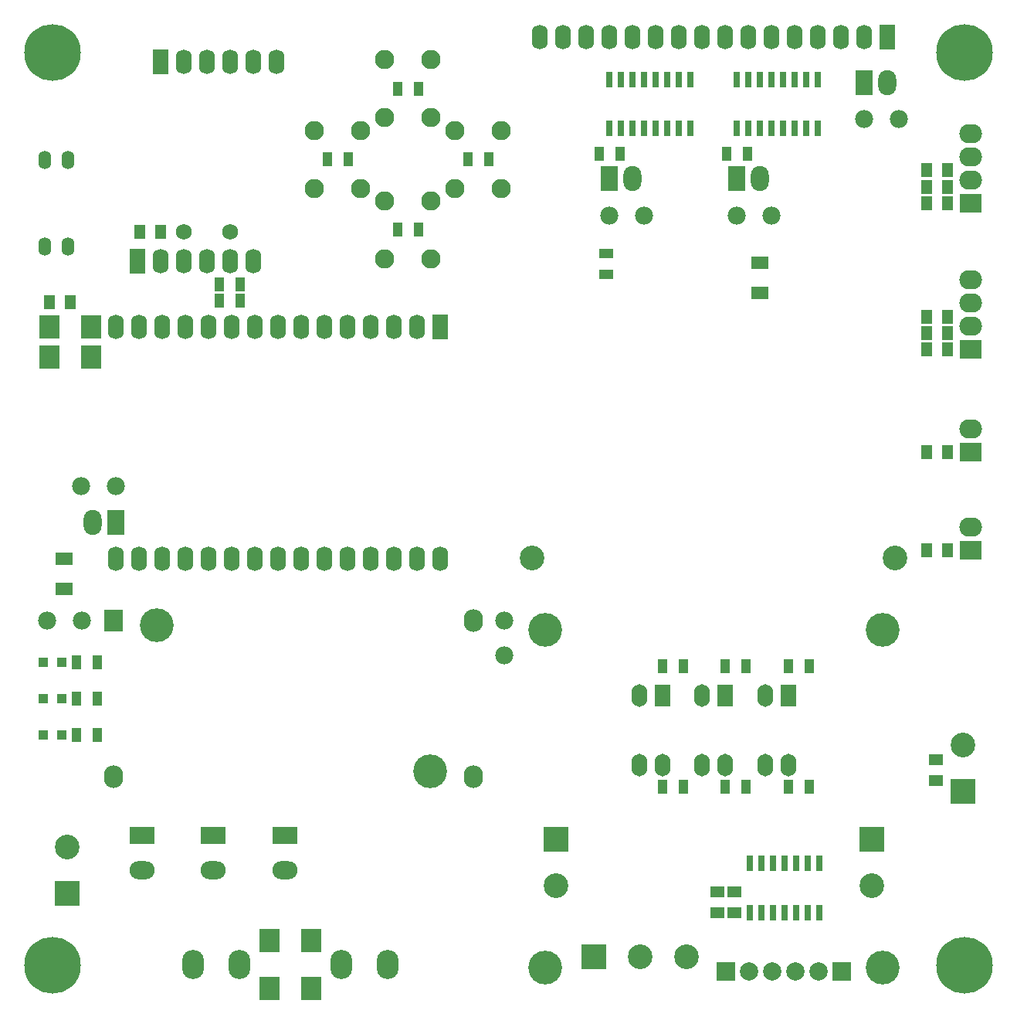
<source format=gbs>
G04*
G04 #@! TF.GenerationSoftware,Altium Limited,Altium Designer,18.0.7 (293)*
G04*
G04 Layer_Color=16711935*
%FSLAX25Y25*%
%MOIN*%
G70*
G01*
G75*
%ADD10R,0.08800X0.09855*%
%ADD11R,0.04331X0.05894*%
%ADD12R,0.04737X0.06300*%
%ADD13R,0.07300X0.05800*%
%ADD14R,0.05894X0.04331*%
%ADD15R,0.04331X0.04331*%
%ADD16R,0.06300X0.04737*%
%ADD17R,0.03162X0.06902*%
%ADD18C,0.10642*%
%ADD19O,0.06942X0.10642*%
%ADD20R,0.06942X0.10642*%
%ADD21C,0.07800*%
%ADD22C,0.06800*%
%ADD23C,0.07887*%
%ADD24R,0.07887X0.07887*%
%ADD25R,0.10642X0.10642*%
%ADD26R,0.10642X0.10642*%
%ADD27C,0.14580*%
%ADD28O,0.09800X0.08300*%
%ADD29R,0.09800X0.08300*%
%ADD30O,0.05524X0.07887*%
%ADD31C,0.08300*%
%ADD32R,0.10800X0.07800*%
%ADD33O,0.10800X0.07800*%
%ADD34R,0.08300X0.09800*%
%ADD35O,0.08300X0.09800*%
%ADD36R,0.06942X0.10642*%
%ADD37O,0.06942X0.10642*%
%ADD38O,0.09461X0.12611*%
%ADD39R,0.06800X0.09800*%
%ADD40O,0.06800X0.09800*%
%ADD41R,0.07800X0.10800*%
%ADD42O,0.07800X0.10800*%
%ADD43C,0.24422*%
D10*
X18434Y282053D02*
D03*
X36434D02*
D03*
X18434Y294849D02*
D03*
X36434D02*
D03*
X113341Y9774D02*
D03*
X131341D02*
D03*
X113341Y30174D02*
D03*
X131341D02*
D03*
D11*
X198924Y367310D02*
D03*
X207924D02*
D03*
X168572Y336957D02*
D03*
X177572D02*
D03*
X168572Y397662D02*
D03*
X177572D02*
D03*
X138219Y367310D02*
D03*
X147219D02*
D03*
X91717Y313407D02*
D03*
X100717D02*
D03*
X100717Y306321D02*
D03*
X91717D02*
D03*
X255566Y369707D02*
D03*
X264565D02*
D03*
X310684D02*
D03*
X319684D02*
D03*
X38925Y150477D02*
D03*
X29925D02*
D03*
X38925Y134729D02*
D03*
X29925D02*
D03*
X38925Y118981D02*
D03*
X29925D02*
D03*
X310124Y96748D02*
D03*
X319124D02*
D03*
X337282D02*
D03*
X346282D02*
D03*
X282967D02*
D03*
X291967D02*
D03*
X310124Y148795D02*
D03*
X319124D02*
D03*
X337282D02*
D03*
X346282D02*
D03*
X282967D02*
D03*
X291967D02*
D03*
D12*
X396883Y355476D02*
D03*
X405883D02*
D03*
X396884Y292341D02*
D03*
X405884D02*
D03*
X57217Y336045D02*
D03*
X66217D02*
D03*
X405883Y285254D02*
D03*
X396883D02*
D03*
X405884Y299428D02*
D03*
X396884D02*
D03*
X405883Y362563D02*
D03*
X396883D02*
D03*
X405883Y241084D02*
D03*
X396883D02*
D03*
X405883Y348390D02*
D03*
X396883D02*
D03*
X405883Y198549D02*
D03*
X396883D02*
D03*
X27434Y305676D02*
D03*
X18434D02*
D03*
D13*
X325183Y309581D02*
D03*
Y322582D02*
D03*
X24696Y181849D02*
D03*
Y194849D02*
D03*
D14*
X258795Y326581D02*
D03*
Y317581D02*
D03*
D15*
X23599Y118981D02*
D03*
X15725D02*
D03*
X23599Y150477D02*
D03*
X15725D02*
D03*
X23599Y134729D02*
D03*
X15725D02*
D03*
D16*
X306768Y42370D02*
D03*
Y51370D02*
D03*
X313855Y42370D02*
D03*
Y51370D02*
D03*
X401094Y99238D02*
D03*
Y108238D02*
D03*
D17*
X320744Y63630D02*
D03*
X325745D02*
D03*
X330745D02*
D03*
X335745D02*
D03*
X340744D02*
D03*
X345744D02*
D03*
X350745D02*
D03*
X320744Y42370D02*
D03*
X325745D02*
D03*
X330745D02*
D03*
X335745D02*
D03*
X340744D02*
D03*
X345744D02*
D03*
X350745D02*
D03*
X315183Y401794D02*
D03*
X320183D02*
D03*
X325184D02*
D03*
X330184D02*
D03*
X335184D02*
D03*
X340183D02*
D03*
X345183D02*
D03*
X325184Y380534D02*
D03*
X330184D02*
D03*
X335184D02*
D03*
X340183D02*
D03*
X345183D02*
D03*
X350184D02*
D03*
Y401794D02*
D03*
X320183Y380534D02*
D03*
X315183D02*
D03*
X260065Y401794D02*
D03*
X265065D02*
D03*
X270065D02*
D03*
X275065D02*
D03*
X280065D02*
D03*
X285065D02*
D03*
X290065D02*
D03*
X270065Y380534D02*
D03*
X275065D02*
D03*
X280065D02*
D03*
X285065D02*
D03*
X290065D02*
D03*
X295065D02*
D03*
Y401794D02*
D03*
X265065Y380534D02*
D03*
X260065D02*
D03*
D18*
X383471Y195298D02*
D03*
X226778D02*
D03*
X293274Y23207D02*
D03*
X373353Y54033D02*
D03*
X236896D02*
D03*
X273274Y23207D02*
D03*
X25868Y70709D02*
D03*
X412703Y114565D02*
D03*
D19*
X240124Y420101D02*
D03*
X230124D02*
D03*
X250124D02*
D03*
X260124D02*
D03*
X280124D02*
D03*
X300124D02*
D03*
X320124D02*
D03*
X340124D02*
D03*
X370124D02*
D03*
X360124D02*
D03*
X350124D02*
D03*
X330124D02*
D03*
X310124D02*
D03*
X290124D02*
D03*
X270124D02*
D03*
X86217Y409470D02*
D03*
X96217D02*
D03*
X76217D02*
D03*
X106217D02*
D03*
X116217D02*
D03*
X76217Y323250D02*
D03*
X86217D02*
D03*
X66217D02*
D03*
X96217D02*
D03*
X106217D02*
D03*
D20*
X380124Y420101D02*
D03*
X66217Y409470D02*
D03*
X56217Y323250D02*
D03*
D21*
X370124Y384668D02*
D03*
X385124D02*
D03*
X32196Y168481D02*
D03*
X17196D02*
D03*
X275065Y343133D02*
D03*
X260065D02*
D03*
X330184D02*
D03*
X315183D02*
D03*
X214601Y168481D02*
D03*
Y153481D02*
D03*
X47119Y226345D02*
D03*
X32119D02*
D03*
D22*
X96217Y336045D02*
D03*
X76217D02*
D03*
D23*
X320282Y16986D02*
D03*
X330282D02*
D03*
X340282D02*
D03*
X350282D02*
D03*
D24*
X360282Y16985D02*
D03*
X310282Y16986D02*
D03*
D25*
X373353Y74033D02*
D03*
X236896D02*
D03*
X25868Y50709D02*
D03*
X412703Y94565D02*
D03*
D26*
X253274Y23207D02*
D03*
D27*
X232290Y164270D02*
D03*
X377959D02*
D03*
Y18600D02*
D03*
X232290D02*
D03*
X64724Y166229D02*
D03*
X182724Y103229D02*
D03*
D28*
X416147Y378390D02*
D03*
Y368390D02*
D03*
Y358390D02*
D03*
Y315254D02*
D03*
Y305254D02*
D03*
Y295254D02*
D03*
Y251084D02*
D03*
Y208549D02*
D03*
D29*
Y348390D02*
D03*
Y285254D02*
D03*
Y241084D02*
D03*
Y198549D02*
D03*
D30*
X26262Y367000D02*
D03*
X16419D02*
D03*
X26262Y329767D02*
D03*
X16419D02*
D03*
D31*
X132719Y354810D02*
D03*
X152719Y379810D02*
D03*
X132719D02*
D03*
X152719Y354810D02*
D03*
X183072Y324457D02*
D03*
X163072Y349457D02*
D03*
X183072D02*
D03*
X163072Y324457D02*
D03*
X183072Y385162D02*
D03*
X163072Y410162D02*
D03*
X183072D02*
D03*
X163072Y385162D02*
D03*
X213424Y354810D02*
D03*
X193424Y379810D02*
D03*
X213424D02*
D03*
X193424Y354810D02*
D03*
D32*
X89114Y75753D02*
D03*
X58326D02*
D03*
X119903D02*
D03*
D33*
X89114Y60753D02*
D03*
X58326D02*
D03*
X119903D02*
D03*
D34*
X45976Y168481D02*
D03*
D35*
Y100977D02*
D03*
X201472D02*
D03*
Y168481D02*
D03*
D36*
X187119Y294849D02*
D03*
D37*
X177119D02*
D03*
X167119D02*
D03*
X157119D02*
D03*
X147119D02*
D03*
X137119D02*
D03*
X127119D02*
D03*
X117119D02*
D03*
X107119D02*
D03*
X97119D02*
D03*
X87119D02*
D03*
X77119D02*
D03*
X67119D02*
D03*
X57119D02*
D03*
X47119D02*
D03*
X187119Y194849D02*
D03*
X177119D02*
D03*
X167119D02*
D03*
X157119D02*
D03*
X147119D02*
D03*
X137119D02*
D03*
X127119D02*
D03*
X117119D02*
D03*
X107119D02*
D03*
X97119D02*
D03*
X87119D02*
D03*
X77119D02*
D03*
X67119D02*
D03*
X57119D02*
D03*
X47119D02*
D03*
D38*
X144404Y19974D02*
D03*
X164404D02*
D03*
X100378D02*
D03*
X80378D02*
D03*
D39*
X282967Y136000D02*
D03*
X337282D02*
D03*
X310124D02*
D03*
D40*
X272967D02*
D03*
Y106000D02*
D03*
X282967D02*
D03*
X327282Y136000D02*
D03*
Y106000D02*
D03*
X337282D02*
D03*
X300124Y136000D02*
D03*
Y106000D02*
D03*
X310124D02*
D03*
D41*
X260065Y358881D02*
D03*
X315183D02*
D03*
X370124Y400416D02*
D03*
X47119Y210597D02*
D03*
D42*
X270065Y358881D02*
D03*
X325184D02*
D03*
X380124Y400416D02*
D03*
X37119Y210597D02*
D03*
D43*
X19685Y19685D02*
D03*
X413386D02*
D03*
Y413386D02*
D03*
X19685D02*
D03*
M02*

</source>
